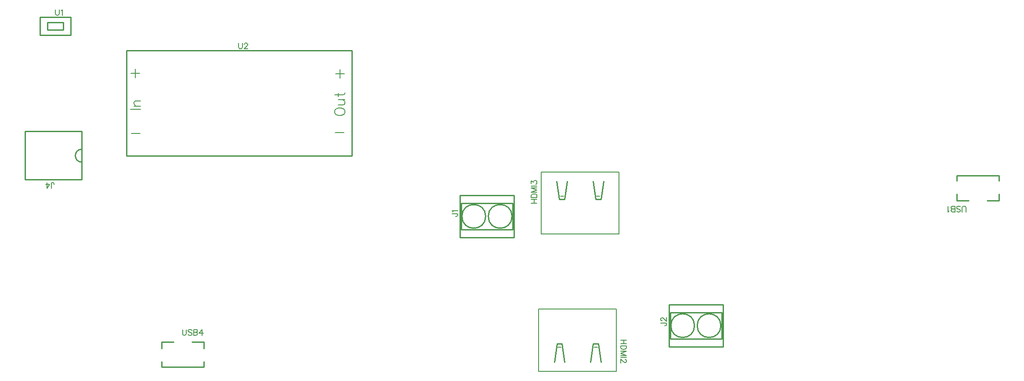
<source format=gto>
G04 Layer: TopSilkLayer*
G04 EasyEDA v6.4.7, 2020-11-20T21:23:31--3:00*
G04 eeb6c147a42f4a1294c753b82ad487c9,09237c92188f4bc9b643e288e8680b3c,10*
G04 Gerber Generator version 0.2*
G04 Scale: 100 percent, Rotated: No, Reflected: No *
G04 Dimensions in millimeters *
G04 leading zeros omitted , absolute positions ,3 integer and 3 decimal *
%FSLAX33Y33*%
%MOMM*%
G90*
D02*

%ADD10C,0.254000*%
%ADD18C,0.200000*%
%ADD24C,0.152400*%
%ADD25C,0.203200*%

%LPD*%
G54D10*
G01X184404Y31623D02*
G01X182118Y31623D01*
G01X182118Y32893D01*
G01X187960Y31623D02*
G01X190246Y31623D01*
G01X190246Y32893D01*
G01X190246Y35433D02*
G01X190246Y36449D01*
G01X182118Y36449D01*
G01X182118Y35433D01*
G01X34671Y4318D02*
G01X36957Y4318D01*
G01X36957Y3048D01*
G01X31115Y4318D02*
G01X28829Y4318D01*
G01X28829Y3048D01*
G01X28829Y508D02*
G01X28829Y-508D01*
G01X36957Y-508D01*
G01X36957Y508D01*
G54D18*
G01X105842Y3374D02*
G01X105242Y3374D01*
G01X101542Y10674D02*
G01X116542Y10674D01*
G54D10*
G01X111542Y474D02*
G01X112042Y3974D01*
G01X113042Y3974D01*
G01X113542Y474D01*
G01X105042Y3974D02*
G01X104542Y474D01*
G01X106542Y474D02*
G01X106042Y3974D01*
G01X105042Y3974D01*
G54D18*
G01X101542Y10674D02*
G01X101542Y-1325D01*
G01X116542Y10674D02*
G01X116542Y-1325D01*
G01X101542Y-1335D02*
G01X116542Y-1335D01*
G01X112242Y3374D02*
G01X112842Y3374D01*
G01X112724Y32439D02*
G01X113324Y32439D01*
G01X117024Y25139D02*
G01X102024Y25139D01*
G54D10*
G01X107024Y35339D02*
G01X106524Y31839D01*
G01X105524Y31839D01*
G01X105024Y35339D01*
G01X113524Y31839D02*
G01X114024Y35339D01*
G01X112024Y35339D02*
G01X112524Y31839D01*
G01X113524Y31839D01*
G54D18*
G01X117024Y25139D02*
G01X117024Y37139D01*
G01X102024Y25139D02*
G01X102024Y37139D01*
G01X117024Y37149D02*
G01X102024Y37149D01*
G01X106324Y32439D02*
G01X105724Y32439D01*
G54D10*
G01X22098Y40259D02*
G01X65532Y40259D01*
G01X65532Y60579D01*
G01X22098Y60579D01*
G01X22098Y40259D01*
G01X86360Y24511D02*
G01X86360Y32639D01*
G01X96774Y32639D01*
G01X96774Y24511D01*
G01X86360Y24511D01*
G01X86614Y26035D02*
G01X86614Y31115D01*
G01X96520Y31115D01*
G01X96520Y26035D01*
G01X86614Y26035D01*
G01X126619Y3429D02*
G01X126619Y11557D01*
G01X137033Y11557D01*
G01X137033Y3429D01*
G01X126619Y3429D01*
G01X126873Y4953D02*
G01X126873Y10033D01*
G01X136779Y10033D01*
G01X136779Y4953D01*
G01X126873Y4953D01*
G01X5382Y67028D02*
G01X11381Y67028D01*
G01X11381Y63527D01*
G01X5382Y63527D01*
G01X5382Y67028D01*
G01X6882Y66028D02*
G01X9882Y66028D01*
G01X9882Y64527D01*
G01X6882Y64527D01*
G01X6882Y66028D01*
G01X13462Y35687D02*
G01X13462Y44958D01*
G01X2540Y44958D01*
G01X2540Y35687D01*
G01X13462Y35687D01*
G54D24*
G01X183896Y29453D02*
G01X183896Y30233D01*
G01X183845Y30388D01*
G01X183741Y30492D01*
G01X183583Y30543D01*
G01X183479Y30543D01*
G01X183324Y30492D01*
G01X183220Y30388D01*
G01X183169Y30233D01*
G01X183169Y29453D01*
G01X182097Y29608D02*
G01X182201Y29504D01*
G01X182359Y29453D01*
G01X182565Y29453D01*
G01X182722Y29504D01*
G01X182826Y29608D01*
G01X182826Y29712D01*
G01X182773Y29817D01*
G01X182722Y29870D01*
G01X182618Y29921D01*
G01X182305Y30025D01*
G01X182201Y30076D01*
G01X182151Y30129D01*
G01X182097Y30233D01*
G01X182097Y30388D01*
G01X182201Y30492D01*
G01X182359Y30543D01*
G01X182565Y30543D01*
G01X182722Y30492D01*
G01X182826Y30388D01*
G01X181754Y29453D02*
G01X181754Y30543D01*
G01X181754Y29453D02*
G01X181287Y29453D01*
G01X181132Y29504D01*
G01X181079Y29557D01*
G01X181028Y29662D01*
G01X181028Y29766D01*
G01X181079Y29870D01*
G01X181132Y29921D01*
G01X181287Y29972D01*
G01X181754Y29972D02*
G01X181287Y29972D01*
G01X181132Y30025D01*
G01X181079Y30076D01*
G01X181028Y30180D01*
G01X181028Y30337D01*
G01X181079Y30441D01*
G01X181132Y30492D01*
G01X181287Y30543D01*
G01X181754Y30543D01*
G01X180685Y29662D02*
G01X180581Y29608D01*
G01X180426Y29453D01*
G01X180426Y30543D01*
G01X32893Y6741D02*
G01X32893Y5961D01*
G01X32943Y5806D01*
G01X33047Y5702D01*
G01X33205Y5651D01*
G01X33309Y5651D01*
G01X33464Y5702D01*
G01X33568Y5806D01*
G01X33619Y5961D01*
G01X33619Y6741D01*
G01X34691Y6586D02*
G01X34587Y6690D01*
G01X34429Y6741D01*
G01X34223Y6741D01*
G01X34066Y6690D01*
G01X33962Y6586D01*
G01X33962Y6482D01*
G01X34015Y6377D01*
G01X34066Y6324D01*
G01X34170Y6273D01*
G01X34483Y6169D01*
G01X34587Y6118D01*
G01X34637Y6065D01*
G01X34691Y5961D01*
G01X34691Y5806D01*
G01X34587Y5702D01*
G01X34429Y5651D01*
G01X34223Y5651D01*
G01X34066Y5702D01*
G01X33962Y5806D01*
G01X35034Y6741D02*
G01X35034Y5651D01*
G01X35034Y6741D02*
G01X35501Y6741D01*
G01X35656Y6690D01*
G01X35709Y6637D01*
G01X35760Y6532D01*
G01X35760Y6428D01*
G01X35709Y6324D01*
G01X35656Y6273D01*
G01X35501Y6223D01*
G01X35034Y6223D02*
G01X35501Y6223D01*
G01X35656Y6169D01*
G01X35709Y6118D01*
G01X35760Y6014D01*
G01X35760Y5857D01*
G01X35709Y5753D01*
G01X35656Y5702D01*
G01X35501Y5651D01*
G01X35034Y5651D01*
G01X36624Y6741D02*
G01X36103Y6014D01*
G01X36883Y6014D01*
G01X36624Y6741D02*
G01X36624Y5651D01*
G01X118451Y4699D02*
G01X117361Y4699D01*
G01X118451Y3972D02*
G01X117361Y3972D01*
G01X117933Y4699D02*
G01X117933Y3972D01*
G01X118451Y3629D02*
G01X117361Y3629D01*
G01X118451Y3629D02*
G01X118451Y3263D01*
G01X118400Y3108D01*
G01X118296Y3004D01*
G01X118192Y2954D01*
G01X118035Y2900D01*
G01X117775Y2900D01*
G01X117621Y2954D01*
G01X117516Y3004D01*
G01X117412Y3108D01*
G01X117361Y3263D01*
G01X117361Y3629D01*
G01X118451Y2557D02*
G01X117361Y2557D01*
G01X118451Y2557D02*
G01X117361Y2143D01*
G01X118451Y1727D02*
G01X117361Y2143D01*
G01X118451Y1727D02*
G01X117361Y1727D01*
G01X118451Y1384D02*
G01X117361Y1384D01*
G01X118192Y990D02*
G01X118243Y990D01*
G01X118347Y937D01*
G01X118400Y886D01*
G01X118451Y782D01*
G01X118451Y574D01*
G01X118400Y469D01*
G01X118347Y419D01*
G01X118243Y365D01*
G01X118139Y365D01*
G01X118035Y419D01*
G01X117880Y520D01*
G01X117361Y1041D01*
G01X117361Y314D01*
G01X100115Y31115D02*
G01X101205Y31115D01*
G01X100115Y31841D02*
G01X101205Y31841D01*
G01X100633Y31115D02*
G01X100633Y31841D01*
G01X100115Y32184D02*
G01X101205Y32184D01*
G01X100115Y32184D02*
G01X100115Y32550D01*
G01X100166Y32705D01*
G01X100270Y32809D01*
G01X100374Y32859D01*
G01X100531Y32913D01*
G01X100791Y32913D01*
G01X100945Y32859D01*
G01X101050Y32809D01*
G01X101154Y32705D01*
G01X101205Y32550D01*
G01X101205Y32184D01*
G01X100115Y33256D02*
G01X101205Y33256D01*
G01X100115Y33256D02*
G01X101205Y33670D01*
G01X100115Y34086D02*
G01X101205Y33670D01*
G01X100115Y34086D02*
G01X101205Y34086D01*
G01X100115Y34429D02*
G01X101205Y34429D01*
G01X100115Y34876D02*
G01X100115Y35448D01*
G01X100531Y35135D01*
G01X100531Y35293D01*
G01X100582Y35394D01*
G01X100633Y35448D01*
G01X100791Y35499D01*
G01X100895Y35499D01*
G01X101050Y35448D01*
G01X101154Y35344D01*
G01X101205Y35189D01*
G01X101205Y35031D01*
G01X101154Y34876D01*
G01X101103Y34823D01*
G01X100999Y34772D01*
G01X43688Y61986D02*
G01X43688Y61206D01*
G01X43738Y61051D01*
G01X43842Y60947D01*
G01X44000Y60896D01*
G01X44104Y60896D01*
G01X44259Y60947D01*
G01X44363Y61051D01*
G01X44414Y61206D01*
G01X44414Y61986D01*
G01X44810Y61727D02*
G01X44810Y61777D01*
G01X44861Y61882D01*
G01X44914Y61935D01*
G01X45018Y61986D01*
G01X45224Y61986D01*
G01X45328Y61935D01*
G01X45382Y61882D01*
G01X45432Y61777D01*
G01X45432Y61673D01*
G01X45382Y61569D01*
G01X45278Y61414D01*
G01X44757Y60896D01*
G01X45486Y60896D01*
G54D25*
G01X63229Y56899D02*
G01X63229Y55238D01*
G01X62398Y56069D02*
G01X64060Y56069D01*
G01X23768Y57009D02*
G01X23768Y55348D01*
G01X22938Y56178D02*
G01X24599Y56178D01*
G01X23027Y44599D02*
G01X24691Y44599D01*
G01X62337Y44718D02*
G01X64001Y44718D01*
G01X22849Y49248D02*
G01X24790Y49248D01*
G01X23497Y49858D02*
G01X24790Y49858D01*
G01X23865Y49858D02*
G01X23588Y50135D01*
G01X23497Y50320D01*
G01X23497Y50597D01*
G01X23588Y50782D01*
G01X23865Y50874D01*
G01X24790Y50874D01*
G54D18*
G01X62219Y48564D02*
G01X62311Y48378D01*
G01X62496Y48193D01*
G01X62682Y48101D01*
G01X62958Y48010D01*
G01X63421Y48010D01*
G01X63698Y48101D01*
G01X63881Y48193D01*
G01X64066Y48378D01*
G01X64160Y48564D01*
G01X64160Y48932D01*
G01X64066Y49117D01*
G01X63881Y49303D01*
G01X63698Y49394D01*
G01X63421Y49486D01*
G01X62958Y49486D01*
G01X62682Y49394D01*
G01X62496Y49303D01*
G01X62311Y49117D01*
G01X62219Y48932D01*
G01X62219Y48564D01*
G01X62865Y50095D02*
G01X63789Y50095D01*
G01X64066Y50189D01*
G01X64160Y50372D01*
G01X64160Y50651D01*
G01X64066Y50834D01*
G01X63789Y51111D01*
G01X62865Y51111D02*
G01X64160Y51111D01*
G01X62219Y51998D02*
G01X63789Y51998D01*
G01X64066Y52092D01*
G01X64160Y52277D01*
G01X64160Y52460D01*
G01X62865Y51721D02*
G01X62865Y52368D01*
G54D24*
G01X84825Y29095D02*
G01X85656Y29095D01*
G01X85813Y29042D01*
G01X85864Y28991D01*
G01X85915Y28887D01*
G01X85915Y28783D01*
G01X85864Y28679D01*
G01X85813Y28625D01*
G01X85656Y28575D01*
G01X85552Y28575D01*
G01X85034Y29438D02*
G01X84980Y29540D01*
G01X84825Y29697D01*
G01X85915Y29697D01*
G01X125084Y8013D02*
G01X125915Y8013D01*
G01X126072Y7960D01*
G01X126123Y7909D01*
G01X126174Y7805D01*
G01X126174Y7701D01*
G01X126123Y7597D01*
G01X126072Y7543D01*
G01X125915Y7493D01*
G01X125811Y7493D01*
G01X125343Y8407D02*
G01X125293Y8407D01*
G01X125188Y8458D01*
G01X125135Y8511D01*
G01X125084Y8615D01*
G01X125084Y8823D01*
G01X125135Y8928D01*
G01X125188Y8978D01*
G01X125293Y9029D01*
G01X125397Y9029D01*
G01X125501Y8978D01*
G01X125656Y8874D01*
G01X126174Y8356D01*
G01X126174Y9083D01*
G01X8382Y68463D02*
G01X8382Y67683D01*
G01X8432Y67528D01*
G01X8536Y67424D01*
G01X8694Y67373D01*
G01X8798Y67373D01*
G01X8953Y67424D01*
G01X9057Y67528D01*
G01X9108Y67683D01*
G01X9108Y68463D01*
G01X9451Y68254D02*
G01X9555Y68308D01*
G01X9712Y68463D01*
G01X9712Y67373D01*
G01X7607Y34025D02*
G01X7607Y34856D01*
G01X7660Y35013D01*
G01X7711Y35064D01*
G01X7815Y35115D01*
G01X7919Y35115D01*
G01X8023Y35064D01*
G01X8077Y35013D01*
G01X8128Y34856D01*
G01X8128Y34752D01*
G01X6746Y34025D02*
G01X7264Y34752D01*
G01X6487Y34752D01*
G01X6746Y34025D02*
G01X6746Y35115D01*
G54D10*
G75*
G01X13462Y41529D02*
G03X13462Y39030I28J-1250D01*
G01*
G75*
G01X91313Y28575D02*
G03X91313Y28575I-2286J0D01*
G01*
G75*
G01X96393Y28575D02*
G03X96393Y28575I-2286J0D01*
G01*
G75*
G01X131572Y7493D02*
G03X131572Y7493I-2286J0D01*
G01*
G75*
G01X136652Y7493D02*
G03X136652Y7493I-2286J0D01*
G01*
M00*
M02*

</source>
